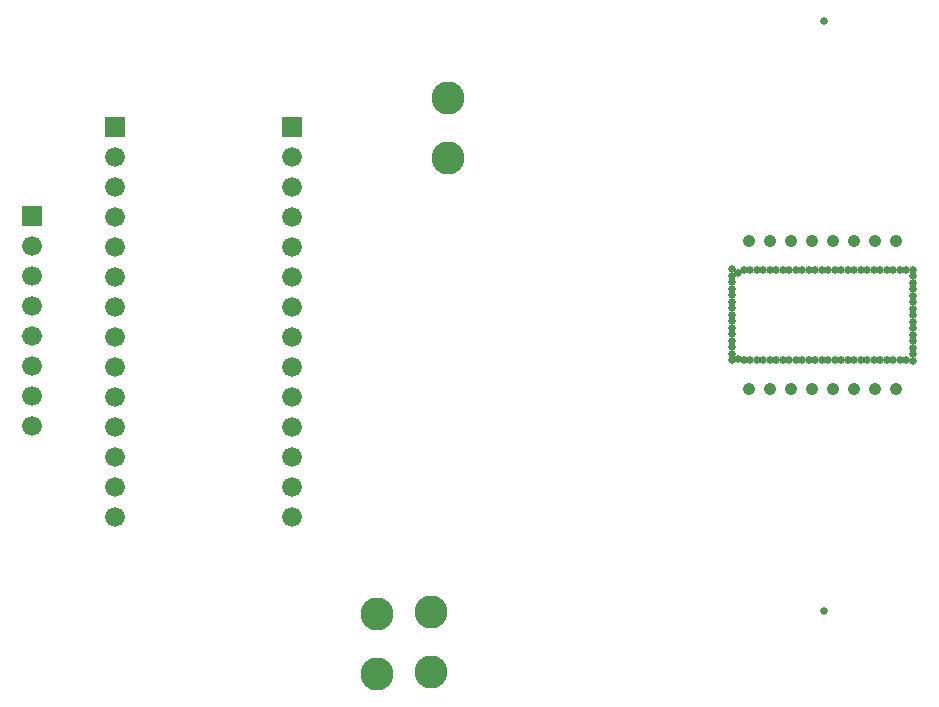
<source format=gbs>
G04 start of page 13 for group -4062 idx -4062 *
G04 Title: (unknown), soldermask *
G04 Creator: pcb 4.1.2 *
G04 CreationDate: Fri Sep 21 09:06:42 2018 UTC *
G04 For: mytch *
G04 Format: Gerber/RS-274X *
G04 PCB-Dimensions (mil): 3937.01 2755.91 *
G04 PCB-Coordinate-Origin: lower left *
%MOIN*%
%FSLAX25Y25*%
%LNBOTTOMMASK*%
%ADD84C,0.0260*%
%ADD83C,0.0420*%
%ADD82C,0.1100*%
%ADD81C,0.0660*%
%ADD80C,0.0001*%
G54D80*G36*
X28196Y174560D02*Y167960D01*
X34796D01*
Y174560D01*
X28196D01*
G37*
G54D81*X31496Y161260D03*
Y151260D03*
X59055Y190787D03*
Y180787D03*
Y170787D03*
Y160787D03*
Y150787D03*
Y140787D03*
Y130787D03*
Y120787D03*
X31496Y141260D03*
Y131260D03*
Y121260D03*
Y111260D03*
Y101260D03*
G54D80*G36*
X55755Y204087D02*Y197487D01*
X62355D01*
Y204087D01*
X55755D01*
G37*
G36*
X114810D02*Y197487D01*
X121410D01*
Y204087D01*
X114810D01*
G37*
G54D82*X170079Y190630D03*
Y210630D03*
G54D81*X118110Y190787D03*
Y180787D03*
Y170787D03*
Y160787D03*
Y150787D03*
Y140787D03*
Y130787D03*
X59055Y110787D03*
Y100787D03*
Y90787D03*
Y80787D03*
Y70787D03*
X118110Y120787D03*
Y110787D03*
Y100787D03*
Y90787D03*
Y80787D03*
Y70787D03*
G54D82*X146457Y18583D03*
Y38583D03*
X164567Y18976D03*
Y38976D03*
G54D83*X270276Y162913D03*
Y113307D03*
X277276Y162913D03*
X284276D03*
X291276D03*
X298276D03*
X305276D03*
X312276D03*
X319276D03*
X277276Y113307D03*
X284276D03*
X291276D03*
X298276D03*
X305276D03*
X312276D03*
X319276D03*
G54D84*X264764Y123031D03*
Y125197D03*
Y127362D03*
Y129528D03*
Y131693D03*
Y133858D03*
Y136024D03*
Y138189D03*
X292520Y123031D03*
X295276Y39370D03*
Y236220D03*
X290354Y123031D03*
X288189D03*
X286024D03*
X283858D03*
X281693D03*
X279528D03*
X277362D03*
X275197D03*
X273031D03*
X270866D03*
X268701D03*
X266732Y123622D03*
X264764Y140354D03*
Y142520D03*
Y144685D03*
Y146850D03*
Y149016D03*
Y151181D03*
Y153346D03*
X266732Y152165D03*
X325000Y122835D03*
X322835Y123031D03*
X320669D03*
X325000Y125000D03*
Y127165D03*
Y129331D03*
Y131496D03*
X318504Y123031D03*
X316339D03*
X314173D03*
X312008D03*
X325000Y133661D03*
Y135827D03*
Y137992D03*
Y140157D03*
Y142323D03*
Y144488D03*
Y146654D03*
Y148819D03*
Y150984D03*
Y153150D03*
X309843Y123031D03*
X307677D03*
X305512D03*
X303346D03*
X301181D03*
X299016D03*
X296850D03*
X294685D03*
X322835Y153150D03*
X320669D03*
X318504D03*
X316339D03*
X314173D03*
X312008D03*
X309843D03*
X307677D03*
X305512D03*
X303346D03*
X301181D03*
X299016D03*
X296850D03*
X294685D03*
X292520D03*
X290354D03*
X288189D03*
X286024D03*
X283858D03*
X281693D03*
X279528D03*
X277362D03*
X275197D03*
X273031D03*
X270866D03*
X268701D03*
M02*

</source>
